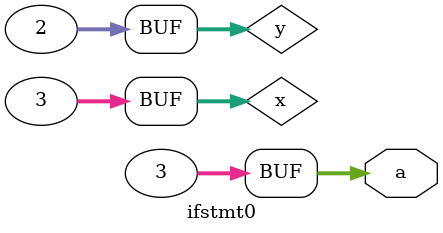
<source format=v>
module ifstmt0 (output reg [31:0] a);

   integer x, y;

   initial begin
      if (0) x = 2;
      else x = 3;

      if (1'b1) begin
         y = 2;
      end
      else begin
         y = 3;
      end
   end

   generate
      if (1) begin
         always @(*) begin
            a = x;
         end
      end
      else begin
         always @(*) begin
            a = y;
         end
      end
   endgenerate

   always @(*) begin
      $display(a);
   end

endmodule

</source>
